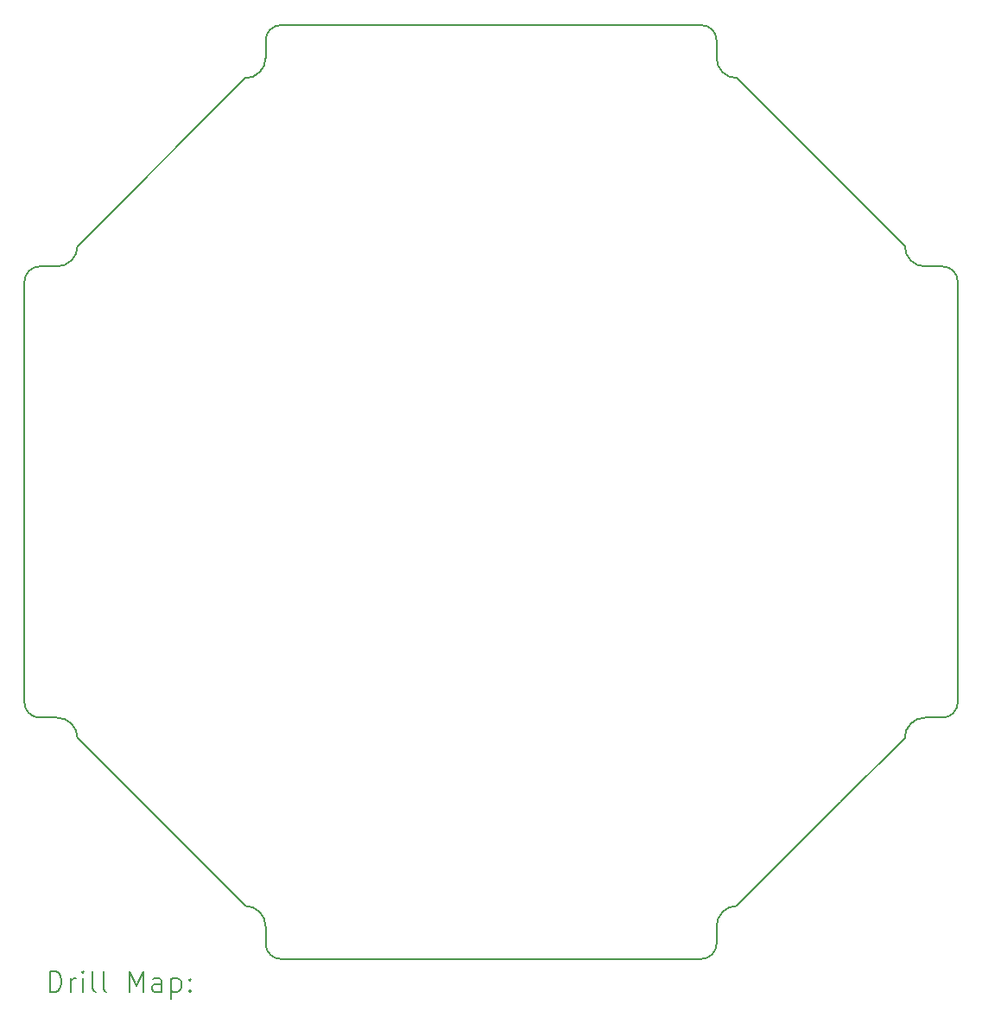
<source format=gbr>
%TF.GenerationSoftware,KiCad,Pcbnew,8.0.6*%
%TF.CreationDate,2025-01-14T20:30:28-08:00*%
%TF.ProjectId,IO_SDR_1.1,494f5f53-4452-45f3-912e-312e6b696361,rev?*%
%TF.SameCoordinates,Original*%
%TF.FileFunction,Drillmap*%
%TF.FilePolarity,Positive*%
%FSLAX45Y45*%
G04 Gerber Fmt 4.5, Leading zero omitted, Abs format (unit mm)*
G04 Created by KiCad (PCBNEW 8.0.6) date 2025-01-14 20:30:28*
%MOMM*%
%LPD*%
G01*
G04 APERTURE LIST*
%ADD10C,0.200000*%
G04 APERTURE END LIST*
D10*
X17595739Y-12598400D02*
X16583043Y-13614400D01*
X11762439Y-13614400D02*
G75*
G02*
X11962430Y-13814400I11J-199980D01*
G01*
X11962436Y-5134400D02*
X11962436Y-5304400D01*
X16167739Y-14134400D02*
X16233043Y-14134400D01*
X16233043Y-4984400D02*
X16167739Y-4984400D01*
X11762436Y-5504400D02*
X10117739Y-7149097D01*
X16583043Y-5504400D02*
X18227739Y-7149097D01*
X18747739Y-7564400D02*
X18747739Y-11554400D01*
X9597739Y-11554400D02*
X9597739Y-11619703D01*
X18747739Y-11619690D02*
G75*
G02*
X18599147Y-11769702I-150039J20D01*
G01*
X16233043Y-4984400D02*
G75*
G02*
X16383040Y-5134400I17J-149980D01*
G01*
X9747737Y-11769703D02*
X9917738Y-11769703D01*
X12112449Y-14134400D02*
G75*
G02*
X11962437Y-13985808I1J150020D01*
G01*
X18747739Y-11619690D02*
X18747739Y-11554400D01*
X12177739Y-4984400D02*
X16167739Y-4984400D01*
X16383043Y-5304400D02*
X16383043Y-5134400D01*
X16383043Y-13984400D02*
G75*
G02*
X16233043Y-14134403I-150003J0D01*
G01*
X16383043Y-13984400D02*
X16383043Y-13814400D01*
X18227739Y-11969700D02*
X17595739Y-12598400D01*
X9597739Y-7499097D02*
X9597739Y-7564400D01*
X18597739Y-7349097D02*
X18427739Y-7349097D01*
X10117739Y-7149097D02*
G75*
G02*
X9917739Y-7349099I-199989J-13D01*
G01*
X9597739Y-7499097D02*
G75*
G02*
X9747740Y-7349099I150011J-13D01*
G01*
X11762439Y-13614400D02*
X10117739Y-11970235D01*
X18597739Y-7349097D02*
G75*
G02*
X18747743Y-7499097I11J-149993D01*
G01*
X12112449Y-14134400D02*
X12177739Y-14134400D01*
X9747737Y-11769703D02*
G75*
G02*
X9597737Y-11619703I13J150013D01*
G01*
X18427739Y-11769703D02*
X18599147Y-11769703D01*
X9597739Y-11554400D02*
X9597739Y-7564400D01*
X11962436Y-5304400D02*
G75*
G02*
X11762436Y-5504406I-200006J0D01*
G01*
X16167739Y-14134400D02*
X12177739Y-14134400D01*
X9917738Y-11769703D02*
G75*
G02*
X10117746Y-11970235I-8J-200017D01*
G01*
X16583043Y-5504400D02*
G75*
G02*
X16383040Y-5304400I-3J200000D01*
G01*
X18227739Y-11969700D02*
G75*
G02*
X18427739Y-11769699I200001J0D01*
G01*
X11962436Y-13814400D02*
X11962436Y-13985808D01*
X16383043Y-13814400D02*
G75*
G02*
X16583043Y-13614403I199997J0D01*
G01*
X9917739Y-7349097D02*
X9747740Y-7349097D01*
X11962436Y-5134400D02*
G75*
G02*
X12112436Y-4984396I150014J-10D01*
G01*
X12177739Y-4984400D02*
X12112436Y-4984400D01*
X18427739Y-7349097D02*
G75*
G02*
X18227743Y-7149097I1J199997D01*
G01*
X18747739Y-7564400D02*
X18747739Y-7499097D01*
X9848516Y-14455884D02*
X9848516Y-14255884D01*
X9848516Y-14255884D02*
X9896135Y-14255884D01*
X9896135Y-14255884D02*
X9924707Y-14265408D01*
X9924707Y-14265408D02*
X9943754Y-14284455D01*
X9943754Y-14284455D02*
X9953278Y-14303503D01*
X9953278Y-14303503D02*
X9962802Y-14341598D01*
X9962802Y-14341598D02*
X9962802Y-14370169D01*
X9962802Y-14370169D02*
X9953278Y-14408265D01*
X9953278Y-14408265D02*
X9943754Y-14427312D01*
X9943754Y-14427312D02*
X9924707Y-14446360D01*
X9924707Y-14446360D02*
X9896135Y-14455884D01*
X9896135Y-14455884D02*
X9848516Y-14455884D01*
X10048516Y-14455884D02*
X10048516Y-14322550D01*
X10048516Y-14360646D02*
X10058040Y-14341598D01*
X10058040Y-14341598D02*
X10067564Y-14332074D01*
X10067564Y-14332074D02*
X10086611Y-14322550D01*
X10086611Y-14322550D02*
X10105659Y-14322550D01*
X10172326Y-14455884D02*
X10172326Y-14322550D01*
X10172326Y-14255884D02*
X10162802Y-14265408D01*
X10162802Y-14265408D02*
X10172326Y-14274931D01*
X10172326Y-14274931D02*
X10181850Y-14265408D01*
X10181850Y-14265408D02*
X10172326Y-14255884D01*
X10172326Y-14255884D02*
X10172326Y-14274931D01*
X10296135Y-14455884D02*
X10277088Y-14446360D01*
X10277088Y-14446360D02*
X10267564Y-14427312D01*
X10267564Y-14427312D02*
X10267564Y-14255884D01*
X10400897Y-14455884D02*
X10381850Y-14446360D01*
X10381850Y-14446360D02*
X10372326Y-14427312D01*
X10372326Y-14427312D02*
X10372326Y-14255884D01*
X10629469Y-14455884D02*
X10629469Y-14255884D01*
X10629469Y-14255884D02*
X10696135Y-14398741D01*
X10696135Y-14398741D02*
X10762802Y-14255884D01*
X10762802Y-14255884D02*
X10762802Y-14455884D01*
X10943754Y-14455884D02*
X10943754Y-14351122D01*
X10943754Y-14351122D02*
X10934231Y-14332074D01*
X10934231Y-14332074D02*
X10915183Y-14322550D01*
X10915183Y-14322550D02*
X10877088Y-14322550D01*
X10877088Y-14322550D02*
X10858040Y-14332074D01*
X10943754Y-14446360D02*
X10924707Y-14455884D01*
X10924707Y-14455884D02*
X10877088Y-14455884D01*
X10877088Y-14455884D02*
X10858040Y-14446360D01*
X10858040Y-14446360D02*
X10848516Y-14427312D01*
X10848516Y-14427312D02*
X10848516Y-14408265D01*
X10848516Y-14408265D02*
X10858040Y-14389217D01*
X10858040Y-14389217D02*
X10877088Y-14379693D01*
X10877088Y-14379693D02*
X10924707Y-14379693D01*
X10924707Y-14379693D02*
X10943754Y-14370169D01*
X11038992Y-14322550D02*
X11038992Y-14522550D01*
X11038992Y-14332074D02*
X11058040Y-14322550D01*
X11058040Y-14322550D02*
X11096135Y-14322550D01*
X11096135Y-14322550D02*
X11115183Y-14332074D01*
X11115183Y-14332074D02*
X11124707Y-14341598D01*
X11124707Y-14341598D02*
X11134231Y-14360646D01*
X11134231Y-14360646D02*
X11134231Y-14417788D01*
X11134231Y-14417788D02*
X11124707Y-14436836D01*
X11124707Y-14436836D02*
X11115183Y-14446360D01*
X11115183Y-14446360D02*
X11096135Y-14455884D01*
X11096135Y-14455884D02*
X11058040Y-14455884D01*
X11058040Y-14455884D02*
X11038992Y-14446360D01*
X11219945Y-14436836D02*
X11229469Y-14446360D01*
X11229469Y-14446360D02*
X11219945Y-14455884D01*
X11219945Y-14455884D02*
X11210421Y-14446360D01*
X11210421Y-14446360D02*
X11219945Y-14436836D01*
X11219945Y-14436836D02*
X11219945Y-14455884D01*
X11219945Y-14332074D02*
X11229469Y-14341598D01*
X11229469Y-14341598D02*
X11219945Y-14351122D01*
X11219945Y-14351122D02*
X11210421Y-14341598D01*
X11210421Y-14341598D02*
X11219945Y-14332074D01*
X11219945Y-14332074D02*
X11219945Y-14351122D01*
M02*

</source>
